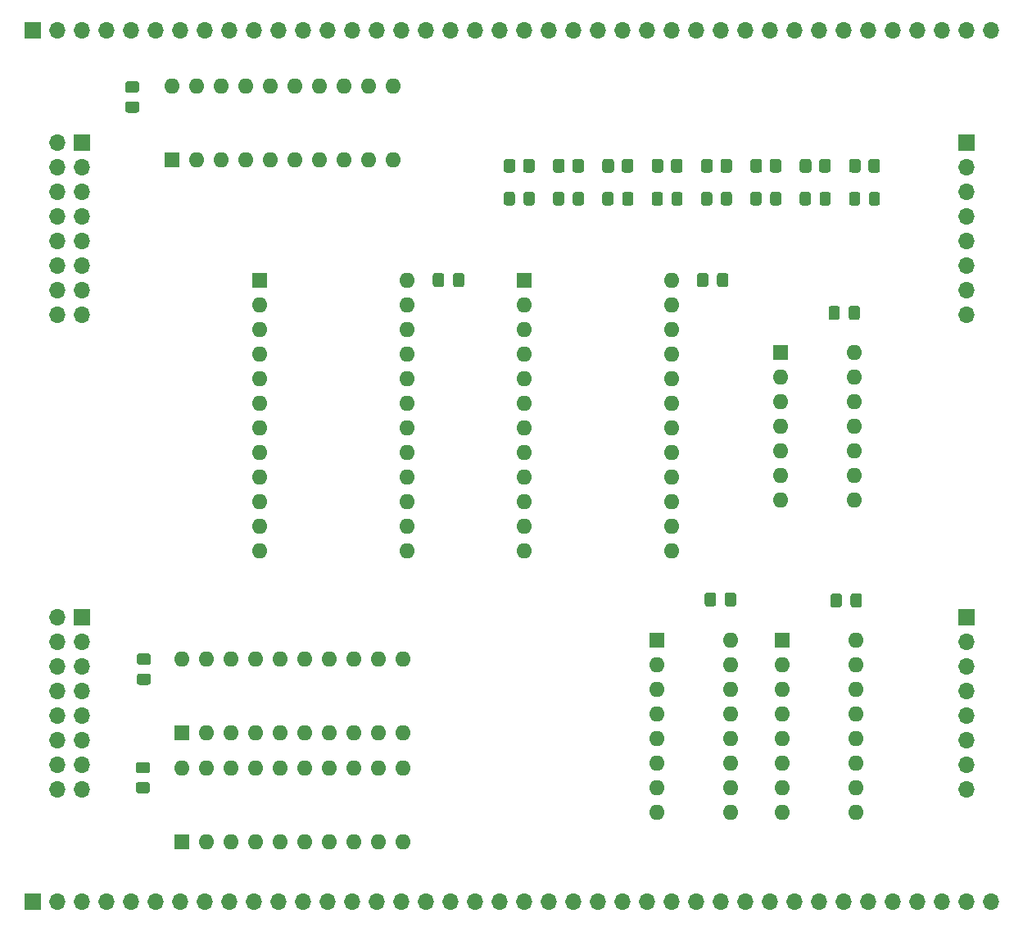
<source format=gts>
G04 #@! TF.GenerationSoftware,KiCad,Pcbnew,(5.1.9)-1*
G04 #@! TF.CreationDate,2021-11-21T15:31:06-05:00*
G04 #@! TF.ProjectId,alu,616c752e-6b69-4636-9164-5f7063625858,1.0*
G04 #@! TF.SameCoordinates,Original*
G04 #@! TF.FileFunction,Soldermask,Top*
G04 #@! TF.FilePolarity,Negative*
%FSLAX46Y46*%
G04 Gerber Fmt 4.6, Leading zero omitted, Abs format (unit mm)*
G04 Created by KiCad (PCBNEW (5.1.9)-1) date 2021-11-21 15:31:06*
%MOMM*%
%LPD*%
G01*
G04 APERTURE LIST*
%ADD10O,1.700000X1.700000*%
%ADD11R,1.700000X1.700000*%
%ADD12O,1.600000X1.600000*%
%ADD13R,1.600000X1.600000*%
G04 APERTURE END LIST*
D10*
X88960000Y-75380000D03*
X91500000Y-75380000D03*
X88960000Y-72840000D03*
X91500000Y-72840000D03*
X88960000Y-70300000D03*
X91500000Y-70300000D03*
X88960000Y-67760000D03*
X91500000Y-67760000D03*
X88960000Y-65220000D03*
X91500000Y-65220000D03*
X88960000Y-62680000D03*
X91500000Y-62680000D03*
X88960000Y-60140000D03*
X91500000Y-60140000D03*
X88960000Y-57600000D03*
D11*
X91500000Y-57600000D03*
D10*
X182900000Y-75380000D03*
X182900000Y-72840000D03*
X182900000Y-70300000D03*
X182900000Y-67760000D03*
X182900000Y-65220000D03*
X182900000Y-62680000D03*
X182900000Y-60140000D03*
D11*
X182900000Y-57600000D03*
G36*
G01*
X97175000Y-52450000D02*
X96225000Y-52450000D01*
G75*
G02*
X95975000Y-52200000I0J250000D01*
G01*
X95975000Y-51525000D01*
G75*
G02*
X96225000Y-51275000I250000J0D01*
G01*
X97175000Y-51275000D01*
G75*
G02*
X97425000Y-51525000I0J-250000D01*
G01*
X97425000Y-52200000D01*
G75*
G02*
X97175000Y-52450000I-250000J0D01*
G01*
G37*
G36*
G01*
X97175000Y-54525000D02*
X96225000Y-54525000D01*
G75*
G02*
X95975000Y-54275000I0J250000D01*
G01*
X95975000Y-53600000D01*
G75*
G02*
X96225000Y-53350000I250000J0D01*
G01*
X97175000Y-53350000D01*
G75*
G02*
X97425000Y-53600000I0J-250000D01*
G01*
X97425000Y-54275000D01*
G75*
G02*
X97175000Y-54525000I-250000J0D01*
G01*
G37*
D12*
X125140000Y-71800000D03*
X109900000Y-99740000D03*
X125140000Y-74340000D03*
X109900000Y-97200000D03*
X125140000Y-76880000D03*
X109900000Y-94660000D03*
X125140000Y-79420000D03*
X109900000Y-92120000D03*
X125140000Y-81960000D03*
X109900000Y-89580000D03*
X125140000Y-84500000D03*
X109900000Y-87040000D03*
X125140000Y-87040000D03*
X109900000Y-84500000D03*
X125140000Y-89580000D03*
X109900000Y-81960000D03*
X125140000Y-92120000D03*
X109900000Y-79420000D03*
X125140000Y-94660000D03*
X109900000Y-76880000D03*
X125140000Y-97200000D03*
X109900000Y-74340000D03*
X125140000Y-99740000D03*
D13*
X109900000Y-71800000D03*
D10*
X182900000Y-124380000D03*
X182900000Y-121840000D03*
X182900000Y-119300000D03*
X182900000Y-116760000D03*
X182900000Y-114220000D03*
X182900000Y-111680000D03*
X182900000Y-109140000D03*
D11*
X182900000Y-106600000D03*
D12*
X100800000Y-51780000D03*
X123660000Y-59400000D03*
X103340000Y-51780000D03*
X121120000Y-59400000D03*
X105880000Y-51780000D03*
X118580000Y-59400000D03*
X108420000Y-51780000D03*
X116040000Y-59400000D03*
X110960000Y-51780000D03*
X113500000Y-59400000D03*
X113500000Y-51780000D03*
X110960000Y-59400000D03*
X116040000Y-51780000D03*
X108420000Y-59400000D03*
X118580000Y-51780000D03*
X105880000Y-59400000D03*
X121120000Y-51780000D03*
X103340000Y-59400000D03*
X123660000Y-51780000D03*
D13*
X100800000Y-59400000D03*
D12*
X101800000Y-110980000D03*
X124660000Y-118600000D03*
X104340000Y-110980000D03*
X122120000Y-118600000D03*
X106880000Y-110980000D03*
X119580000Y-118600000D03*
X109420000Y-110980000D03*
X117040000Y-118600000D03*
X111960000Y-110980000D03*
X114500000Y-118600000D03*
X114500000Y-110980000D03*
X111960000Y-118600000D03*
X117040000Y-110980000D03*
X109420000Y-118600000D03*
X119580000Y-110980000D03*
X106880000Y-118600000D03*
X122120000Y-110980000D03*
X104340000Y-118600000D03*
X124660000Y-110980000D03*
D13*
X101800000Y-118600000D03*
D12*
X152440000Y-71800000D03*
X137200000Y-99740000D03*
X152440000Y-74340000D03*
X137200000Y-97200000D03*
X152440000Y-76880000D03*
X137200000Y-94660000D03*
X152440000Y-79420000D03*
X137200000Y-92120000D03*
X152440000Y-81960000D03*
X137200000Y-89580000D03*
X152440000Y-84500000D03*
X137200000Y-87040000D03*
X152440000Y-87040000D03*
X137200000Y-84500000D03*
X152440000Y-89580000D03*
X137200000Y-81960000D03*
X152440000Y-92120000D03*
X137200000Y-79420000D03*
X152440000Y-94660000D03*
X137200000Y-76880000D03*
X152440000Y-97200000D03*
X137200000Y-74340000D03*
X152440000Y-99740000D03*
D13*
X137200000Y-71800000D03*
D12*
X101800000Y-122180000D03*
X124660000Y-129800000D03*
X104340000Y-122180000D03*
X122120000Y-129800000D03*
X106880000Y-122180000D03*
X119580000Y-129800000D03*
X109420000Y-122180000D03*
X117040000Y-129800000D03*
X111960000Y-122180000D03*
X114500000Y-129800000D03*
X114500000Y-122180000D03*
X111960000Y-129800000D03*
X117040000Y-122180000D03*
X109420000Y-129800000D03*
X119580000Y-122180000D03*
X106880000Y-129800000D03*
X122120000Y-122180000D03*
X104340000Y-129800000D03*
X124660000Y-122180000D03*
D13*
X101800000Y-129800000D03*
D12*
X171520000Y-109000000D03*
X163900000Y-126780000D03*
X171520000Y-111540000D03*
X163900000Y-124240000D03*
X171520000Y-114080000D03*
X163900000Y-121700000D03*
X171520000Y-116620000D03*
X163900000Y-119160000D03*
X171520000Y-119160000D03*
X163900000Y-116620000D03*
X171520000Y-121700000D03*
X163900000Y-114080000D03*
X171520000Y-124240000D03*
X163900000Y-111540000D03*
X171520000Y-126780000D03*
D13*
X163900000Y-109000000D03*
D12*
X158520000Y-109000000D03*
X150900000Y-126780000D03*
X158520000Y-111540000D03*
X150900000Y-124240000D03*
X158520000Y-114080000D03*
X150900000Y-121700000D03*
X158520000Y-116620000D03*
X150900000Y-119160000D03*
X158520000Y-119160000D03*
X150900000Y-116620000D03*
X158520000Y-121700000D03*
X150900000Y-114080000D03*
X158520000Y-124240000D03*
X150900000Y-111540000D03*
X158520000Y-126780000D03*
D13*
X150900000Y-109000000D03*
D12*
X171320000Y-79300000D03*
X163700000Y-94540000D03*
X171320000Y-81840000D03*
X163700000Y-92000000D03*
X171320000Y-84380000D03*
X163700000Y-89460000D03*
X171320000Y-86920000D03*
X163700000Y-86920000D03*
X171320000Y-89460000D03*
X163700000Y-84380000D03*
X171320000Y-92000000D03*
X163700000Y-81840000D03*
X171320000Y-94540000D03*
D13*
X163700000Y-79300000D03*
G36*
G01*
X137100000Y-60450001D02*
X137100000Y-59549999D01*
G75*
G02*
X137349999Y-59300000I249999J0D01*
G01*
X138050001Y-59300000D01*
G75*
G02*
X138300000Y-59549999I0J-249999D01*
G01*
X138300000Y-60450001D01*
G75*
G02*
X138050001Y-60700000I-249999J0D01*
G01*
X137349999Y-60700000D01*
G75*
G02*
X137100000Y-60450001I0J249999D01*
G01*
G37*
G36*
G01*
X135100000Y-60450001D02*
X135100000Y-59549999D01*
G75*
G02*
X135349999Y-59300000I249999J0D01*
G01*
X136050001Y-59300000D01*
G75*
G02*
X136300000Y-59549999I0J-249999D01*
G01*
X136300000Y-60450001D01*
G75*
G02*
X136050001Y-60700000I-249999J0D01*
G01*
X135349999Y-60700000D01*
G75*
G02*
X135100000Y-60450001I0J249999D01*
G01*
G37*
G36*
G01*
X142200000Y-60450001D02*
X142200000Y-59549999D01*
G75*
G02*
X142449999Y-59300000I249999J0D01*
G01*
X143150001Y-59300000D01*
G75*
G02*
X143400000Y-59549999I0J-249999D01*
G01*
X143400000Y-60450001D01*
G75*
G02*
X143150001Y-60700000I-249999J0D01*
G01*
X142449999Y-60700000D01*
G75*
G02*
X142200000Y-60450001I0J249999D01*
G01*
G37*
G36*
G01*
X140200000Y-60450001D02*
X140200000Y-59549999D01*
G75*
G02*
X140449999Y-59300000I249999J0D01*
G01*
X141150001Y-59300000D01*
G75*
G02*
X141400000Y-59549999I0J-249999D01*
G01*
X141400000Y-60450001D01*
G75*
G02*
X141150001Y-60700000I-249999J0D01*
G01*
X140449999Y-60700000D01*
G75*
G02*
X140200000Y-60450001I0J249999D01*
G01*
G37*
G36*
G01*
X147300000Y-60450001D02*
X147300000Y-59549999D01*
G75*
G02*
X147549999Y-59300000I249999J0D01*
G01*
X148250001Y-59300000D01*
G75*
G02*
X148500000Y-59549999I0J-249999D01*
G01*
X148500000Y-60450001D01*
G75*
G02*
X148250001Y-60700000I-249999J0D01*
G01*
X147549999Y-60700000D01*
G75*
G02*
X147300000Y-60450001I0J249999D01*
G01*
G37*
G36*
G01*
X145300000Y-60450001D02*
X145300000Y-59549999D01*
G75*
G02*
X145549999Y-59300000I249999J0D01*
G01*
X146250001Y-59300000D01*
G75*
G02*
X146500000Y-59549999I0J-249999D01*
G01*
X146500000Y-60450001D01*
G75*
G02*
X146250001Y-60700000I-249999J0D01*
G01*
X145549999Y-60700000D01*
G75*
G02*
X145300000Y-60450001I0J249999D01*
G01*
G37*
G36*
G01*
X152400000Y-60450001D02*
X152400000Y-59549999D01*
G75*
G02*
X152649999Y-59300000I249999J0D01*
G01*
X153350001Y-59300000D01*
G75*
G02*
X153600000Y-59549999I0J-249999D01*
G01*
X153600000Y-60450001D01*
G75*
G02*
X153350001Y-60700000I-249999J0D01*
G01*
X152649999Y-60700000D01*
G75*
G02*
X152400000Y-60450001I0J249999D01*
G01*
G37*
G36*
G01*
X150400000Y-60450001D02*
X150400000Y-59549999D01*
G75*
G02*
X150649999Y-59300000I249999J0D01*
G01*
X151350001Y-59300000D01*
G75*
G02*
X151600000Y-59549999I0J-249999D01*
G01*
X151600000Y-60450001D01*
G75*
G02*
X151350001Y-60700000I-249999J0D01*
G01*
X150649999Y-60700000D01*
G75*
G02*
X150400000Y-60450001I0J249999D01*
G01*
G37*
G36*
G01*
X157500000Y-60450001D02*
X157500000Y-59549999D01*
G75*
G02*
X157749999Y-59300000I249999J0D01*
G01*
X158450001Y-59300000D01*
G75*
G02*
X158700000Y-59549999I0J-249999D01*
G01*
X158700000Y-60450001D01*
G75*
G02*
X158450001Y-60700000I-249999J0D01*
G01*
X157749999Y-60700000D01*
G75*
G02*
X157500000Y-60450001I0J249999D01*
G01*
G37*
G36*
G01*
X155500000Y-60450001D02*
X155500000Y-59549999D01*
G75*
G02*
X155749999Y-59300000I249999J0D01*
G01*
X156450001Y-59300000D01*
G75*
G02*
X156700000Y-59549999I0J-249999D01*
G01*
X156700000Y-60450001D01*
G75*
G02*
X156450001Y-60700000I-249999J0D01*
G01*
X155749999Y-60700000D01*
G75*
G02*
X155500000Y-60450001I0J249999D01*
G01*
G37*
G36*
G01*
X162600000Y-60450001D02*
X162600000Y-59549999D01*
G75*
G02*
X162849999Y-59300000I249999J0D01*
G01*
X163550001Y-59300000D01*
G75*
G02*
X163800000Y-59549999I0J-249999D01*
G01*
X163800000Y-60450001D01*
G75*
G02*
X163550001Y-60700000I-249999J0D01*
G01*
X162849999Y-60700000D01*
G75*
G02*
X162600000Y-60450001I0J249999D01*
G01*
G37*
G36*
G01*
X160600000Y-60450001D02*
X160600000Y-59549999D01*
G75*
G02*
X160849999Y-59300000I249999J0D01*
G01*
X161550001Y-59300000D01*
G75*
G02*
X161800000Y-59549999I0J-249999D01*
G01*
X161800000Y-60450001D01*
G75*
G02*
X161550001Y-60700000I-249999J0D01*
G01*
X160849999Y-60700000D01*
G75*
G02*
X160600000Y-60450001I0J249999D01*
G01*
G37*
G36*
G01*
X167700000Y-60450001D02*
X167700000Y-59549999D01*
G75*
G02*
X167949999Y-59300000I249999J0D01*
G01*
X168650001Y-59300000D01*
G75*
G02*
X168900000Y-59549999I0J-249999D01*
G01*
X168900000Y-60450001D01*
G75*
G02*
X168650001Y-60700000I-249999J0D01*
G01*
X167949999Y-60700000D01*
G75*
G02*
X167700000Y-60450001I0J249999D01*
G01*
G37*
G36*
G01*
X165700000Y-60450001D02*
X165700000Y-59549999D01*
G75*
G02*
X165949999Y-59300000I249999J0D01*
G01*
X166650001Y-59300000D01*
G75*
G02*
X166900000Y-59549999I0J-249999D01*
G01*
X166900000Y-60450001D01*
G75*
G02*
X166650001Y-60700000I-249999J0D01*
G01*
X165949999Y-60700000D01*
G75*
G02*
X165700000Y-60450001I0J249999D01*
G01*
G37*
G36*
G01*
X172800000Y-60450001D02*
X172800000Y-59549999D01*
G75*
G02*
X173049999Y-59300000I249999J0D01*
G01*
X173750001Y-59300000D01*
G75*
G02*
X174000000Y-59549999I0J-249999D01*
G01*
X174000000Y-60450001D01*
G75*
G02*
X173750001Y-60700000I-249999J0D01*
G01*
X173049999Y-60700000D01*
G75*
G02*
X172800000Y-60450001I0J249999D01*
G01*
G37*
G36*
G01*
X170800000Y-60450001D02*
X170800000Y-59549999D01*
G75*
G02*
X171049999Y-59300000I249999J0D01*
G01*
X171750001Y-59300000D01*
G75*
G02*
X172000000Y-59549999I0J-249999D01*
G01*
X172000000Y-60450001D01*
G75*
G02*
X171750001Y-60700000I-249999J0D01*
G01*
X171049999Y-60700000D01*
G75*
G02*
X170800000Y-60450001I0J249999D01*
G01*
G37*
G36*
G01*
X137150000Y-63850001D02*
X137150000Y-62949999D01*
G75*
G02*
X137399999Y-62700000I249999J0D01*
G01*
X138050001Y-62700000D01*
G75*
G02*
X138300000Y-62949999I0J-249999D01*
G01*
X138300000Y-63850001D01*
G75*
G02*
X138050001Y-64100000I-249999J0D01*
G01*
X137399999Y-64100000D01*
G75*
G02*
X137150000Y-63850001I0J249999D01*
G01*
G37*
G36*
G01*
X135100000Y-63850001D02*
X135100000Y-62949999D01*
G75*
G02*
X135349999Y-62700000I249999J0D01*
G01*
X136000001Y-62700000D01*
G75*
G02*
X136250000Y-62949999I0J-249999D01*
G01*
X136250000Y-63850001D01*
G75*
G02*
X136000001Y-64100000I-249999J0D01*
G01*
X135349999Y-64100000D01*
G75*
G02*
X135100000Y-63850001I0J249999D01*
G01*
G37*
G36*
G01*
X142250000Y-63850001D02*
X142250000Y-62949999D01*
G75*
G02*
X142499999Y-62700000I249999J0D01*
G01*
X143150001Y-62700000D01*
G75*
G02*
X143400000Y-62949999I0J-249999D01*
G01*
X143400000Y-63850001D01*
G75*
G02*
X143150001Y-64100000I-249999J0D01*
G01*
X142499999Y-64100000D01*
G75*
G02*
X142250000Y-63850001I0J249999D01*
G01*
G37*
G36*
G01*
X140200000Y-63850001D02*
X140200000Y-62949999D01*
G75*
G02*
X140449999Y-62700000I249999J0D01*
G01*
X141100001Y-62700000D01*
G75*
G02*
X141350000Y-62949999I0J-249999D01*
G01*
X141350000Y-63850001D01*
G75*
G02*
X141100001Y-64100000I-249999J0D01*
G01*
X140449999Y-64100000D01*
G75*
G02*
X140200000Y-63850001I0J249999D01*
G01*
G37*
G36*
G01*
X147350000Y-63850001D02*
X147350000Y-62949999D01*
G75*
G02*
X147599999Y-62700000I249999J0D01*
G01*
X148250001Y-62700000D01*
G75*
G02*
X148500000Y-62949999I0J-249999D01*
G01*
X148500000Y-63850001D01*
G75*
G02*
X148250001Y-64100000I-249999J0D01*
G01*
X147599999Y-64100000D01*
G75*
G02*
X147350000Y-63850001I0J249999D01*
G01*
G37*
G36*
G01*
X145300000Y-63850001D02*
X145300000Y-62949999D01*
G75*
G02*
X145549999Y-62700000I249999J0D01*
G01*
X146200001Y-62700000D01*
G75*
G02*
X146450000Y-62949999I0J-249999D01*
G01*
X146450000Y-63850001D01*
G75*
G02*
X146200001Y-64100000I-249999J0D01*
G01*
X145549999Y-64100000D01*
G75*
G02*
X145300000Y-63850001I0J249999D01*
G01*
G37*
G36*
G01*
X152450000Y-63850001D02*
X152450000Y-62949999D01*
G75*
G02*
X152699999Y-62700000I249999J0D01*
G01*
X153350001Y-62700000D01*
G75*
G02*
X153600000Y-62949999I0J-249999D01*
G01*
X153600000Y-63850001D01*
G75*
G02*
X153350001Y-64100000I-249999J0D01*
G01*
X152699999Y-64100000D01*
G75*
G02*
X152450000Y-63850001I0J249999D01*
G01*
G37*
G36*
G01*
X150400000Y-63850001D02*
X150400000Y-62949999D01*
G75*
G02*
X150649999Y-62700000I249999J0D01*
G01*
X151300001Y-62700000D01*
G75*
G02*
X151550000Y-62949999I0J-249999D01*
G01*
X151550000Y-63850001D01*
G75*
G02*
X151300001Y-64100000I-249999J0D01*
G01*
X150649999Y-64100000D01*
G75*
G02*
X150400000Y-63850001I0J249999D01*
G01*
G37*
G36*
G01*
X157550000Y-63850001D02*
X157550000Y-62949999D01*
G75*
G02*
X157799999Y-62700000I249999J0D01*
G01*
X158450001Y-62700000D01*
G75*
G02*
X158700000Y-62949999I0J-249999D01*
G01*
X158700000Y-63850001D01*
G75*
G02*
X158450001Y-64100000I-249999J0D01*
G01*
X157799999Y-64100000D01*
G75*
G02*
X157550000Y-63850001I0J249999D01*
G01*
G37*
G36*
G01*
X155500000Y-63850001D02*
X155500000Y-62949999D01*
G75*
G02*
X155749999Y-62700000I249999J0D01*
G01*
X156400001Y-62700000D01*
G75*
G02*
X156650000Y-62949999I0J-249999D01*
G01*
X156650000Y-63850001D01*
G75*
G02*
X156400001Y-64100000I-249999J0D01*
G01*
X155749999Y-64100000D01*
G75*
G02*
X155500000Y-63850001I0J249999D01*
G01*
G37*
G36*
G01*
X162650000Y-63850001D02*
X162650000Y-62949999D01*
G75*
G02*
X162899999Y-62700000I249999J0D01*
G01*
X163550001Y-62700000D01*
G75*
G02*
X163800000Y-62949999I0J-249999D01*
G01*
X163800000Y-63850001D01*
G75*
G02*
X163550001Y-64100000I-249999J0D01*
G01*
X162899999Y-64100000D01*
G75*
G02*
X162650000Y-63850001I0J249999D01*
G01*
G37*
G36*
G01*
X160600000Y-63850001D02*
X160600000Y-62949999D01*
G75*
G02*
X160849999Y-62700000I249999J0D01*
G01*
X161500001Y-62700000D01*
G75*
G02*
X161750000Y-62949999I0J-249999D01*
G01*
X161750000Y-63850001D01*
G75*
G02*
X161500001Y-64100000I-249999J0D01*
G01*
X160849999Y-64100000D01*
G75*
G02*
X160600000Y-63850001I0J249999D01*
G01*
G37*
G36*
G01*
X167750000Y-63850001D02*
X167750000Y-62949999D01*
G75*
G02*
X167999999Y-62700000I249999J0D01*
G01*
X168650001Y-62700000D01*
G75*
G02*
X168900000Y-62949999I0J-249999D01*
G01*
X168900000Y-63850001D01*
G75*
G02*
X168650001Y-64100000I-249999J0D01*
G01*
X167999999Y-64100000D01*
G75*
G02*
X167750000Y-63850001I0J249999D01*
G01*
G37*
G36*
G01*
X165700000Y-63850001D02*
X165700000Y-62949999D01*
G75*
G02*
X165949999Y-62700000I249999J0D01*
G01*
X166600001Y-62700000D01*
G75*
G02*
X166850000Y-62949999I0J-249999D01*
G01*
X166850000Y-63850001D01*
G75*
G02*
X166600001Y-64100000I-249999J0D01*
G01*
X165949999Y-64100000D01*
G75*
G02*
X165700000Y-63850001I0J249999D01*
G01*
G37*
G36*
G01*
X172850000Y-63850001D02*
X172850000Y-62949999D01*
G75*
G02*
X173099999Y-62700000I249999J0D01*
G01*
X173750001Y-62700000D01*
G75*
G02*
X174000000Y-62949999I0J-249999D01*
G01*
X174000000Y-63850001D01*
G75*
G02*
X173750001Y-64100000I-249999J0D01*
G01*
X173099999Y-64100000D01*
G75*
G02*
X172850000Y-63850001I0J249999D01*
G01*
G37*
G36*
G01*
X170800000Y-63850001D02*
X170800000Y-62949999D01*
G75*
G02*
X171049999Y-62700000I249999J0D01*
G01*
X171700001Y-62700000D01*
G75*
G02*
X171950000Y-62949999I0J-249999D01*
G01*
X171950000Y-63850001D01*
G75*
G02*
X171700001Y-64100000I-249999J0D01*
G01*
X171049999Y-64100000D01*
G75*
G02*
X170800000Y-63850001I0J249999D01*
G01*
G37*
G36*
G01*
X128950000Y-71325000D02*
X128950000Y-72275000D01*
G75*
G02*
X128700000Y-72525000I-250000J0D01*
G01*
X128025000Y-72525000D01*
G75*
G02*
X127775000Y-72275000I0J250000D01*
G01*
X127775000Y-71325000D01*
G75*
G02*
X128025000Y-71075000I250000J0D01*
G01*
X128700000Y-71075000D01*
G75*
G02*
X128950000Y-71325000I0J-250000D01*
G01*
G37*
G36*
G01*
X131025000Y-71325000D02*
X131025000Y-72275000D01*
G75*
G02*
X130775000Y-72525000I-250000J0D01*
G01*
X130100000Y-72525000D01*
G75*
G02*
X129850000Y-72275000I0J250000D01*
G01*
X129850000Y-71325000D01*
G75*
G02*
X130100000Y-71075000I250000J0D01*
G01*
X130775000Y-71075000D01*
G75*
G02*
X131025000Y-71325000I0J-250000D01*
G01*
G37*
G36*
G01*
X98275000Y-122750000D02*
X97325000Y-122750000D01*
G75*
G02*
X97075000Y-122500000I0J250000D01*
G01*
X97075000Y-121825000D01*
G75*
G02*
X97325000Y-121575000I250000J0D01*
G01*
X98275000Y-121575000D01*
G75*
G02*
X98525000Y-121825000I0J-250000D01*
G01*
X98525000Y-122500000D01*
G75*
G02*
X98275000Y-122750000I-250000J0D01*
G01*
G37*
G36*
G01*
X98275000Y-124825000D02*
X97325000Y-124825000D01*
G75*
G02*
X97075000Y-124575000I0J250000D01*
G01*
X97075000Y-123900000D01*
G75*
G02*
X97325000Y-123650000I250000J0D01*
G01*
X98275000Y-123650000D01*
G75*
G02*
X98525000Y-123900000I0J-250000D01*
G01*
X98525000Y-124575000D01*
G75*
G02*
X98275000Y-124825000I-250000J0D01*
G01*
G37*
G36*
G01*
X98375000Y-111550000D02*
X97425000Y-111550000D01*
G75*
G02*
X97175000Y-111300000I0J250000D01*
G01*
X97175000Y-110625000D01*
G75*
G02*
X97425000Y-110375000I250000J0D01*
G01*
X98375000Y-110375000D01*
G75*
G02*
X98625000Y-110625000I0J-250000D01*
G01*
X98625000Y-111300000D01*
G75*
G02*
X98375000Y-111550000I-250000J0D01*
G01*
G37*
G36*
G01*
X98375000Y-113625000D02*
X97425000Y-113625000D01*
G75*
G02*
X97175000Y-113375000I0J250000D01*
G01*
X97175000Y-112700000D01*
G75*
G02*
X97425000Y-112450000I250000J0D01*
G01*
X98375000Y-112450000D01*
G75*
G02*
X98625000Y-112700000I0J-250000D01*
G01*
X98625000Y-113375000D01*
G75*
G02*
X98375000Y-113625000I-250000J0D01*
G01*
G37*
G36*
G01*
X156250000Y-71325000D02*
X156250000Y-72275000D01*
G75*
G02*
X156000000Y-72525000I-250000J0D01*
G01*
X155325000Y-72525000D01*
G75*
G02*
X155075000Y-72275000I0J250000D01*
G01*
X155075000Y-71325000D01*
G75*
G02*
X155325000Y-71075000I250000J0D01*
G01*
X156000000Y-71075000D01*
G75*
G02*
X156250000Y-71325000I0J-250000D01*
G01*
G37*
G36*
G01*
X158325000Y-71325000D02*
X158325000Y-72275000D01*
G75*
G02*
X158075000Y-72525000I-250000J0D01*
G01*
X157400000Y-72525000D01*
G75*
G02*
X157150000Y-72275000I0J250000D01*
G01*
X157150000Y-71325000D01*
G75*
G02*
X157400000Y-71075000I250000J0D01*
G01*
X158075000Y-71075000D01*
G75*
G02*
X158325000Y-71325000I0J-250000D01*
G01*
G37*
G36*
G01*
X170950000Y-105375000D02*
X170950000Y-104425000D01*
G75*
G02*
X171200000Y-104175000I250000J0D01*
G01*
X171875000Y-104175000D01*
G75*
G02*
X172125000Y-104425000I0J-250000D01*
G01*
X172125000Y-105375000D01*
G75*
G02*
X171875000Y-105625000I-250000J0D01*
G01*
X171200000Y-105625000D01*
G75*
G02*
X170950000Y-105375000I0J250000D01*
G01*
G37*
G36*
G01*
X168875000Y-105375000D02*
X168875000Y-104425000D01*
G75*
G02*
X169125000Y-104175000I250000J0D01*
G01*
X169800000Y-104175000D01*
G75*
G02*
X170050000Y-104425000I0J-250000D01*
G01*
X170050000Y-105375000D01*
G75*
G02*
X169800000Y-105625000I-250000J0D01*
G01*
X169125000Y-105625000D01*
G75*
G02*
X168875000Y-105375000I0J250000D01*
G01*
G37*
G36*
G01*
X157950000Y-105275000D02*
X157950000Y-104325000D01*
G75*
G02*
X158200000Y-104075000I250000J0D01*
G01*
X158875000Y-104075000D01*
G75*
G02*
X159125000Y-104325000I0J-250000D01*
G01*
X159125000Y-105275000D01*
G75*
G02*
X158875000Y-105525000I-250000J0D01*
G01*
X158200000Y-105525000D01*
G75*
G02*
X157950000Y-105275000I0J250000D01*
G01*
G37*
G36*
G01*
X155875000Y-105275000D02*
X155875000Y-104325000D01*
G75*
G02*
X156125000Y-104075000I250000J0D01*
G01*
X156800000Y-104075000D01*
G75*
G02*
X157050000Y-104325000I0J-250000D01*
G01*
X157050000Y-105275000D01*
G75*
G02*
X156800000Y-105525000I-250000J0D01*
G01*
X156125000Y-105525000D01*
G75*
G02*
X155875000Y-105275000I0J250000D01*
G01*
G37*
G36*
G01*
X170750000Y-75675000D02*
X170750000Y-74725000D01*
G75*
G02*
X171000000Y-74475000I250000J0D01*
G01*
X171675000Y-74475000D01*
G75*
G02*
X171925000Y-74725000I0J-250000D01*
G01*
X171925000Y-75675000D01*
G75*
G02*
X171675000Y-75925000I-250000J0D01*
G01*
X171000000Y-75925000D01*
G75*
G02*
X170750000Y-75675000I0J250000D01*
G01*
G37*
G36*
G01*
X168675000Y-75675000D02*
X168675000Y-74725000D01*
G75*
G02*
X168925000Y-74475000I250000J0D01*
G01*
X169600000Y-74475000D01*
G75*
G02*
X169850000Y-74725000I0J-250000D01*
G01*
X169850000Y-75675000D01*
G75*
G02*
X169600000Y-75925000I-250000J0D01*
G01*
X168925000Y-75925000D01*
G75*
G02*
X168675000Y-75675000I0J250000D01*
G01*
G37*
D10*
X88990000Y-124380000D03*
X91530000Y-124380000D03*
X88990000Y-121840000D03*
X91530000Y-121840000D03*
X88990000Y-119300000D03*
X91530000Y-119300000D03*
X88990000Y-116760000D03*
X91530000Y-116760000D03*
X88990000Y-114220000D03*
X91530000Y-114220000D03*
X88990000Y-111680000D03*
X91530000Y-111680000D03*
X88990000Y-109140000D03*
X91530000Y-109140000D03*
X88990000Y-106600000D03*
D11*
X91530000Y-106600000D03*
D10*
X185460000Y-136000000D03*
X182920000Y-136000000D03*
X180380000Y-136000000D03*
X177840000Y-136000000D03*
X175300000Y-136000000D03*
X172760000Y-136000000D03*
X170220000Y-136000000D03*
X167680000Y-136000000D03*
X165140000Y-136000000D03*
X162600000Y-136000000D03*
X160060000Y-136000000D03*
X157520000Y-136000000D03*
X154980000Y-136000000D03*
X152440000Y-136000000D03*
X149900000Y-136000000D03*
X147360000Y-136000000D03*
X144820000Y-136000000D03*
X142280000Y-136000000D03*
X139740000Y-136000000D03*
X137200000Y-136000000D03*
X134660000Y-136000000D03*
X132120000Y-136000000D03*
X129580000Y-136000000D03*
X127040000Y-136000000D03*
X124500000Y-136000000D03*
X121960000Y-136000000D03*
X119420000Y-136000000D03*
X116880000Y-136000000D03*
X114340000Y-136000000D03*
X111800000Y-136000000D03*
X109260000Y-136000000D03*
X106720000Y-136000000D03*
X104180000Y-136000000D03*
X101640000Y-136000000D03*
X99100000Y-136000000D03*
X96560000Y-136000000D03*
X94020000Y-136000000D03*
X91480000Y-136000000D03*
X88940000Y-136000000D03*
D11*
X86400000Y-136000000D03*
D10*
X185460000Y-46000000D03*
X182920000Y-46000000D03*
X180380000Y-46000000D03*
X177840000Y-46000000D03*
X175300000Y-46000000D03*
X172760000Y-46000000D03*
X170220000Y-46000000D03*
X167680000Y-46000000D03*
X165140000Y-46000000D03*
X162600000Y-46000000D03*
X160060000Y-46000000D03*
X157520000Y-46000000D03*
X154980000Y-46000000D03*
X152440000Y-46000000D03*
X149900000Y-46000000D03*
X147360000Y-46000000D03*
X144820000Y-46000000D03*
X142280000Y-46000000D03*
X139740000Y-46000000D03*
X137200000Y-46000000D03*
X134660000Y-46000000D03*
X132120000Y-46000000D03*
X129580000Y-46000000D03*
X127040000Y-46000000D03*
X124500000Y-46000000D03*
X121960000Y-46000000D03*
X119420000Y-46000000D03*
X116880000Y-46000000D03*
X114340000Y-46000000D03*
X111800000Y-46000000D03*
X109260000Y-46000000D03*
X106720000Y-46000000D03*
X104180000Y-46000000D03*
X101640000Y-46000000D03*
X99100000Y-46000000D03*
X96560000Y-46000000D03*
X94020000Y-46000000D03*
X91480000Y-46000000D03*
X88940000Y-46000000D03*
D11*
X86400000Y-46000000D03*
M02*

</source>
